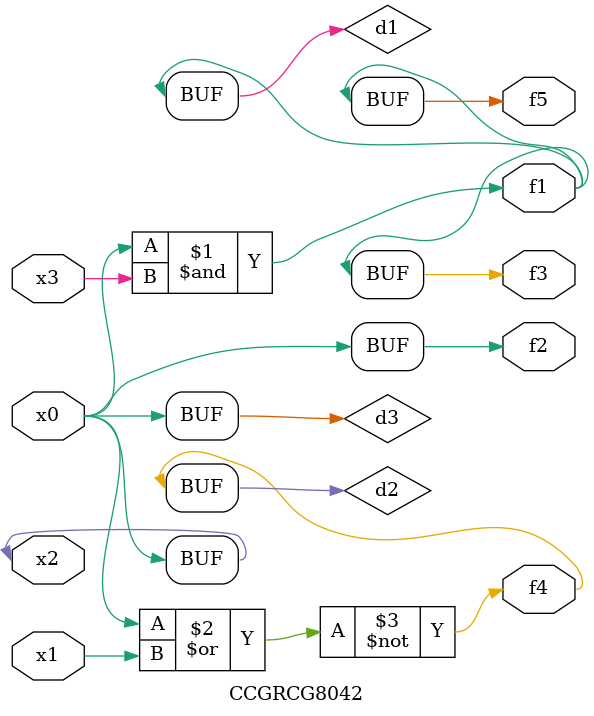
<source format=v>
module CCGRCG8042(
	input x0, x1, x2, x3,
	output f1, f2, f3, f4, f5
);

	wire d1, d2, d3;

	and (d1, x2, x3);
	nor (d2, x0, x1);
	buf (d3, x0, x2);
	assign f1 = d1;
	assign f2 = d3;
	assign f3 = d1;
	assign f4 = d2;
	assign f5 = d1;
endmodule

</source>
